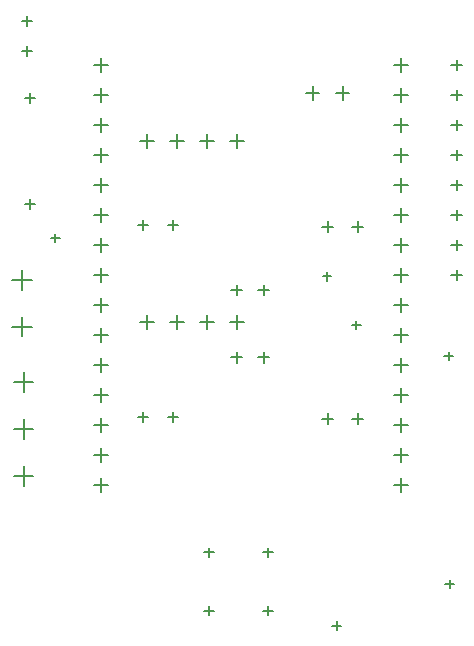
<source format=gbr>
G04*
G04 #@! TF.GenerationSoftware,Altium Limited,Altium Designer,25.4.2 (15)*
G04*
G04 Layer_Color=128*
%FSLAX44Y44*%
%MOMM*%
G71*
G04*
G04 #@! TF.SameCoordinates,6A45B100-41C4-4237-90B8-33650A0F4B54*
G04*
G04*
G04 #@! TF.FilePolarity,Positive*
G04*
G01*
G75*
%ADD51C,0.1270*%
D51*
X243750Y30500D02*
X251750D01*
X247750Y26500D02*
Y34500D01*
X193750Y30500D02*
X201750D01*
X197750Y26500D02*
Y34500D01*
X243750Y79750D02*
X251750D01*
X247750Y75750D02*
Y83750D01*
X193750Y79750D02*
X201750D01*
X197750Y75750D02*
Y83750D01*
X279650Y468800D02*
X291250D01*
X285450Y463000D02*
Y474600D01*
X305050Y468800D02*
X316650D01*
X310850Y463000D02*
Y474600D01*
X139250Y274600D02*
X150850D01*
X145050Y268800D02*
Y280400D01*
X164650Y274600D02*
X176250D01*
X170450Y268800D02*
Y280400D01*
X190050Y274600D02*
X201650D01*
X195850Y268800D02*
Y280400D01*
X215450Y274600D02*
X227050D01*
X221250Y268800D02*
Y280400D01*
X139250Y428000D02*
X150850D01*
X145050Y422200D02*
Y433800D01*
X164650Y428000D02*
X176250D01*
X170450Y422200D02*
Y433800D01*
X190050Y428000D02*
X201650D01*
X195850Y422200D02*
Y433800D01*
X215450Y428000D02*
X227050D01*
X221250Y422200D02*
Y433800D01*
X216750Y302000D02*
X225750D01*
X221250Y297500D02*
Y306500D01*
X216750Y245000D02*
X225750D01*
X221250Y240500D02*
Y249500D01*
X403000Y314500D02*
X412000D01*
X407500Y310000D02*
Y319000D01*
X403000Y339900D02*
X412000D01*
X407500Y335400D02*
Y344400D01*
X403000Y365300D02*
X412000D01*
X407500Y360800D02*
Y369800D01*
X403000Y390700D02*
X412000D01*
X407500Y386200D02*
Y395200D01*
X403000Y416100D02*
X412000D01*
X407500Y411600D02*
Y420600D01*
X403000Y441500D02*
X412000D01*
X407500Y437000D02*
Y446000D01*
X403000Y466900D02*
X412000D01*
X407500Y462400D02*
Y471400D01*
X403000Y492300D02*
X412000D01*
X407500Y487800D02*
Y496800D01*
X137250Y357060D02*
X146250D01*
X141750Y352560D02*
Y361560D01*
X162650Y357060D02*
X171650D01*
X167150Y352560D02*
Y361560D01*
X354700Y492300D02*
X366300D01*
X360500Y486500D02*
Y498100D01*
X354700Y466900D02*
X366300D01*
X360500Y461100D02*
Y472700D01*
X354700Y441500D02*
X366300D01*
X360500Y435700D02*
Y447300D01*
X354700Y416100D02*
X366300D01*
X360500Y410300D02*
Y421900D01*
X354700Y390700D02*
X366300D01*
X360500Y384900D02*
Y396500D01*
X354700Y365300D02*
X366300D01*
X360500Y359500D02*
Y371100D01*
X354700Y339900D02*
X366300D01*
X360500Y334100D02*
Y345700D01*
X354700Y314500D02*
X366300D01*
X360500Y308700D02*
Y320300D01*
X354700Y289100D02*
X366300D01*
X360500Y283300D02*
Y294900D01*
X354700Y263700D02*
X366300D01*
X360500Y257900D02*
Y269500D01*
X354700Y238300D02*
X366300D01*
X360500Y232500D02*
Y244100D01*
X354700Y212900D02*
X366300D01*
X360500Y207100D02*
Y218700D01*
X354700Y187500D02*
X366300D01*
X360500Y181700D02*
Y193300D01*
X354700Y136700D02*
X366300D01*
X360500Y130900D02*
Y142500D01*
X354700Y162100D02*
X366300D01*
X360500Y156300D02*
Y167900D01*
X100700Y212900D02*
X112300D01*
X106500Y207100D02*
Y218700D01*
X100700Y492300D02*
X112300D01*
X106500Y486500D02*
Y498100D01*
X100700Y466900D02*
X112300D01*
X106500Y461100D02*
Y472700D01*
X100700Y441500D02*
X112300D01*
X106500Y435700D02*
Y447300D01*
X100700Y416100D02*
X112300D01*
X106500Y410300D02*
Y421900D01*
X100700Y390700D02*
X112300D01*
X106500Y384900D02*
Y396500D01*
X100700Y365300D02*
X112300D01*
X106500Y359500D02*
Y371100D01*
X100700Y339900D02*
X112300D01*
X106500Y334100D02*
Y345700D01*
X100700Y314500D02*
X112300D01*
X106500Y308700D02*
Y320300D01*
X100700Y289100D02*
X112300D01*
X106500Y283300D02*
Y294900D01*
X100700Y263700D02*
X112300D01*
X106500Y257900D02*
Y269500D01*
X100700Y238300D02*
X112300D01*
X106500Y232500D02*
Y244100D01*
X100700Y187500D02*
X112300D01*
X106500Y181700D02*
Y193300D01*
X100700Y162100D02*
X112300D01*
X106500Y156300D02*
Y167900D01*
X100700Y136700D02*
X112300D01*
X106500Y130900D02*
Y142500D01*
X239500Y245000D02*
X248500D01*
X244000Y240500D02*
Y249500D01*
X239500Y302000D02*
X248500D01*
X244000Y297500D02*
Y306500D01*
X319000Y192940D02*
X328000D01*
X323500Y188440D02*
Y197440D01*
X293600Y192940D02*
X302600D01*
X298100Y188440D02*
Y197440D01*
X293600Y355500D02*
X302600D01*
X298100Y351000D02*
Y360000D01*
X319000Y355500D02*
X328000D01*
X323500Y351000D02*
Y360000D01*
X162650Y194500D02*
X171650D01*
X167150Y190000D02*
Y199000D01*
X137250Y194500D02*
X146250D01*
X141750Y190000D02*
Y199000D01*
X32500Y223850D02*
X49000D01*
X40750Y215600D02*
Y232100D01*
X32500Y184250D02*
X49000D01*
X40750Y176000D02*
Y192500D01*
X32500Y144650D02*
X49000D01*
X40750Y136400D02*
Y152900D01*
X31000Y310500D02*
X47500D01*
X39250Y302250D02*
Y318750D01*
X31000Y270900D02*
X47500D01*
X39250Y262650D02*
Y279150D01*
X39250Y529701D02*
X48250D01*
X43750Y525201D02*
Y534201D01*
X39250Y504300D02*
X48250D01*
X43750Y499800D02*
Y508800D01*
X42000Y374750D02*
X50500D01*
X46250Y370500D02*
Y379000D01*
X42000Y464750D02*
X50500D01*
X46250Y460500D02*
Y469000D01*
X64194Y346000D02*
X71306D01*
X67750Y342444D02*
Y349556D01*
X318944Y272500D02*
X326056D01*
X322500Y268944D02*
Y276056D01*
X397944Y53000D02*
X405056D01*
X401500Y49444D02*
Y56556D01*
X293944Y313500D02*
X301056D01*
X297500Y309944D02*
Y317056D01*
X302194Y17750D02*
X309306D01*
X305750Y14194D02*
Y21306D01*
X397070Y246080D02*
X404182D01*
X400626Y242524D02*
Y249636D01*
M02*

</source>
